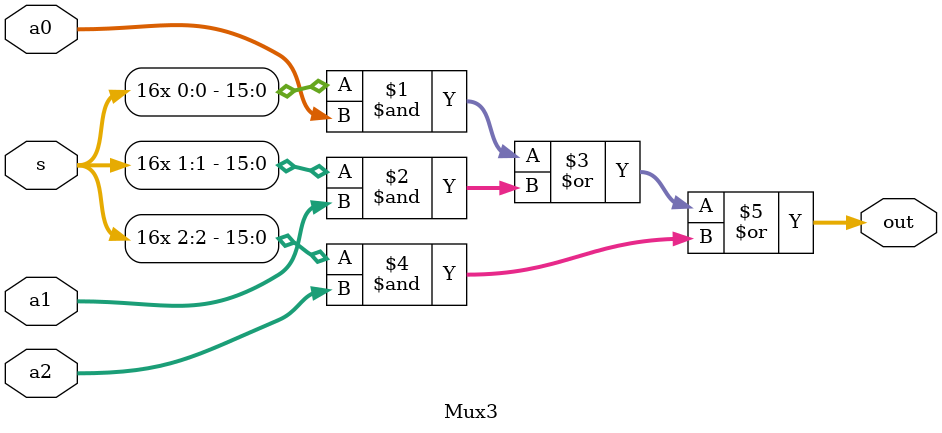
<source format=v>
`define Reset 5'b00000
`define IF1 5'b00001
`define IF2 5'b00010
`define UpdatePC 5'b00011
`define Decode 5'b00100
`define MovImm 5'b00101
`define GetA 5'b00110
`define GetB 5'b00111
`define MovSh 5'b01000
`define Add 5'b01001
`define Cmp 5'b01010
`define And 5'b01011
`define Mvn 5'b01100

`define LoadAddr 5'b01101
`define LDR 5'b01110
`define STR 5'b01111
`define STR2 5'b10000
`define STR3 5'b10001

`define WriteReg 5'b10010
`define HALT 5'b10011

`define B 5'b10100
`define BL 5'b10101
`define BLoad 5'b10110
`define BLX 5'b10111

`define MNONE 2'b00
`define MWRITE 2'b01
`define MREAD 2'b10


module cpu(clk,reset,read_data,out,N,V,Z,w,mem_addr,mem_cmd, PC, state);
  input [15:0] read_data; // connection from top to instruction register
  input clk, reset;
  output [15:0] out;
  output N, V, Z, w;

  // Lab 7 additions
  output [8:0] mem_addr; // connection from cpu to top
  output [1:0] mem_cmd; // connection from state machine to top
  output [4:0] state; // HEX display;

  // Instruction register
  wire [15:0] irout;

  // Instruction decoder
  wire [15:0] sximm5, sximm8;
  wire [2:0] opcode, readnum, writenum;
  wire [1:0] op, ALUop, shift;
  wire [2:0] Bcond;

  // State machine
  wire [2:0] nsel; // one hot select
  wire [1:0] vsel; // binary select for datapath in
  wire loada, loadb, asel, bsel, loadc, loads, write;
  wire load_ir;

  // Datapath
  wire [15:0] datapath_out;
  output wire [8:0] PC; // program counter
  wire [2:0] stat_out; // status


    // Program counter (Lab 8 changes)
  wire [8:0] new_pc;
  wire [2:0] pc_select; // one-hot new_pc selector
  wire [8:0] pc_addOne = PC + 1'b1; // adds one to PC
  wire [8:0] pc_addI = PC + 1'b1 + sximm8; // adds sximm8 to PC
  wire [8:0] pc_addImm;
  wire [8:0] BL_register;
  wire load_BL;
  Mux3 #(9) muxpc({BL_register}, pc_addImm, pc_addOne, pc_select, new_pc); // Multiplexer to select next PC value
  vDFFE #(9) BL_Rd(clk, load_BL, PC, BL_register);

  // Program counter
  wire reset_pc, load_pc, addr_sel, load_addr; // new state machine outputs to pc section
  wire [8:0] data_address; // contains address in memory
  // wire [8:0] added_pc = PC + 1'b1; // adds one to PC
  wire [8:0] next_pc = reset_pc ? 9'b0 : new_pc; // if reset pc asserted next_pc = 0


  assign mem_addr = addr_sel ? PC : data_address; // selects address

  // Instantiations
  vDFFE #(16) IR(clk, load_ir, read_data, irout); // input changed to read_data
  vDFFE #(9) PCR(clk, load_pc, next_pc, PC); // instantiate pc
  vDFFE #(9) DAR(clk, load_addr, datapath_out[8:0], data_address); // instantiate data address register
  vDFFE #(9) PCI(clk, load_pc, pc_addI, pc_addImm); // stores PC + sxImm when needed

  instruction_decoder ID(irout, nsel, opcode, op, ALUop, sximm5, sximm8, shift, readnum, writenum, Bcond);

  state_machine FSM(clk, reset, opcode, op, vsel, loada, loadb, asel, bsel, loadc, loads, write, nsel, w,
                   load_ir, load_pc, load_addr, addr_sel, reset_pc, mem_cmd, state,
		   pc_select, Bcond, stat_out, load_BL); // Lab 8 addition

  datapath DP(clk, readnum , vsel, loada, loadb, shift, asel, bsel, ALUop, loadc, loads,
              writenum, write, read_data, sximm8, PC, sximm5, stat_out, datapath_out); // pls check

  // Status output
  assign Z = stat_out[0]; // Check code matches
  assign N = stat_out[1]; // Check code matches
  assign V = stat_out[2]; // Check code matches

  // Output
  assign out = datapath_out;
endmodule

// Instruction decoder
module instruction_decoder (irout, nsel, opcode, op, ALUop, sximm5, sximm8, shift, readnum, writenum, Bcond);
  input [15:0] irout;
  input [2:0] nsel;
  output [15:0] sximm5, sximm8;
  output [2:0] opcode, readnum, writenum;
  output [1:0] op, ALUop;
  output reg [1:0] shift;
  output [2:0] Bcond;

  wire [7:0] imm8 = irout[7:0];
  wire [4:0] imm5 = irout [4:0];
  wire [2:0] Rn = irout[10:8];
  wire [2:0] Rd = irout[7:5];
  wire [2:0] Rm = irout[2:0];

  Mux3 #(3) muxn(Rn, Rd, Rm, nsel, writenum);

  assign Bcond = Rn;
  assign opcode = irout[15:13];
  assign op = irout[12:11];
  assign ALUop = irout[12:11];
  assign sximm5 = {{11{imm5[4]}}, imm5};
  assign sximm8 = {{8{imm8[7]}},imm8};

  always @(*) begin
    if (({opcode,op} == 5'b01100) | ({opcode,op} == 5'b10000)) shift = 2'b00;
    else shift = irout[4:3];
  end

  assign readnum = writenum;
endmodule

// State Machine
module state_machine(clk, reset, opcode, op, vsel, loada, loadb, asel, bsel, loadc, loads, write, nsel, w,
                     load_ir, load_pc, load_addr, addr_sel, reset_pc, mem_cmd, p,
		     pc_select, Bcond, stat_out, load_BL); // lab 8 additions
  input [2:0] opcode;
  input [1:0] op;
  input clk, reset;
  input [2:0] Bcond;
  input [2:0] stat_out;
	// Z = stat_out[0]
  	// N = stat_out[1]
  	// V = stat_out[2]
  output reg [2:0] nsel; // one hot select
  output reg [1:0] vsel; // binary select for datapath in
  output reg loada, loadb, asel, bsel, loadc, loads, write;
  output reg w;
  output [4:0] p;

  // Lab 7 additions
  output reg [1:0] mem_cmd;
  output reg load_ir, load_pc, load_addr, addr_sel, reset_pc;

  // Lab 8 additions
  output reg [2:0] pc_select;
  output reg load_BL;

  reg [4:0] p, next_state;

  always @(posedge clk) begin
    if (reset) begin
                  next_state = `Reset;
                  reset_pc = 1'b1;
                  load_pc = 1'b1;
                end
    else begin
      case (p)
	`Reset: begin
		  next_state = `IF1;
                  vsel = 2'b00;
                  loada = 1'b0;
                  loadb = 1'b0;
                  asel = 1'b0;
                  bsel = 1'b0;
                  loadc = 1'b0;
                  loads = 1'b0;
                  write = 1'b0;
                  nsel = 3'b000;
                  w = 1'b1;
		  // added
		  mem_cmd = 2'b00;
		  load_ir = 1'b0;
		  load_addr = 1'b0;
		  addr_sel = 1'b0;
		  pc_select = 3'b001;
		end
        `IF1: begin
                next_state = `IF2;
                reset_pc = 1'b0;
                load_pc = 1'b0;
                addr_sel = 1'b1;
                mem_cmd = `MREAD; // read next instruction
                vsel = 2'b00;
                loada = 1'b0;
                loadb = 1'b0;
                asel = 1'b0;
                bsel = 1'b0;
                loads = 1'b0;
                write = 1'b0;
                nsel = 3'b000;
                w = 1'b1;
		pc_select = 3'b001;
              end
        `IF2: begin
                next_state = `UpdatePC;
                load_ir = 1'b1;
              end
        `UpdatePC: begin
                     next_state = `Decode;
                     load_ir = 1'b0;
                     addr_sel = 1'b0;
                     mem_cmd = `MNONE;
                     load_pc = 1'b1;
                   end
        `Decode: begin
                   load_pc = 1'b0;
                   w = 1'b0;
                   if ({opcode,op} == 5'b11010) begin // Move immediate
                     next_state = `MovImm;
		     pc_select = 3'b001;
                   end
                   else if (({opcode,op} == 5'b11000) | ({opcode,op} == 5'b10111)) begin // Move shifted or move negative
                     next_state = `GetB;
		     pc_select = 3'b001;
                   end
                   else if ({opcode,op} == 5'b11100) begin
		     next_state = `HALT;
		     pc_select = 3'b001;
		   end
		   else if({opcode, op, Bcond} == 8'b00100000 |					// for Branches (lab 8)
	   		   {opcode, op, Bcond} == 8'b00100001 & stat_out[0] == 1 |		// BEQ
	   		   {opcode, op, Bcond} == 8'b00100010 & stat_out[0] == 0 |		// BNE
	  		   {opcode, op, Bcond} == 8'b00100011 & stat_out[1] !== stat_out[2] |	// BLT
	  		   {opcode, op, Bcond} == 8'b00100100 & stat_out[1] !== stat_out[2] |	// BLE
	   		   {opcode, op, Bcond} == 8'b00100100 & stat_out[0] == 1) begin		// BLE2
			     pc_select = 3'b010;
			     next_state = `B;
		   end
		   else if({opcode, op} == 5'b00100) begin	// for B (lab 8)
			   pc_select = 3'b001;
			   next_state = `IF1;
		   end
		   else if({opcode, op} == 5'b01011 | {opcode, op} == 5'b01010) begin	// for BL and BLX (lab 8)
			   next_state = `WriteReg;
		   end
		   else if({opcode, op} == 5'b01000) begin	// for BX (lab 8)
			   pc_select = 3'b100;
			   nsel = 3'b010;
			   next_state = `B;
		   end
		   else begin // Add, compare or and
			   next_state = `GetA;
		   end
                 end

	`B: begin
		  next_state = `IF1;
		  load_BL = 1'b0;
		  load_pc = 1'b1;
		  write = 1'b0;
	    end
	`BLoad: begin
		write = 1'b1;
		load_BL = 1'b1;
		pc_select = 3'b010;
		if({op, opcode} == 01010) next_state = `BLX;
		else next_state = `B;
	       end
	`BLX: begin
		write = 1'b0;
		load_BL = 1'b0;
		pc_select = 3'b100;
		nsel = 3'b010;
		next_state = `B;
	      end
        `HALT: next_state = `HALT;
        `MovImm: begin
                     nsel = 3'b100; // selects Rn as register to write to
                     vsel = 2'b10; // selects sximm8 as data_in
                     write = 1'b1;
                     next_state = `IF1;
                  end
        `GetA: begin
                 nsel = 3'b100; // selects Rn
                 loada = 1'b1;
                 next_state = `GetB;
               end
        `GetB: begin
                 nsel = 3'b001; // selects Rm
                 loada = 1'b0;
                 loadb = 1'b1;
                 if ({opcode,op} == 5'b10100) begin // add
                   next_state = `Add;
                 end
                 else if ({opcode,op} == 5'b10101) begin // compare
                   next_state = `Cmp;
                 end
                 else if ({opcode,op} == 5'b10110) begin // and
                   next_state = `And;
                 end
                 else if ({opcode,op} == 5'b10111) begin // move negative
                   next_state = `Mvn;
                 end
                 else if ({opcode,op} == 5'b11000) begin // move shifted
                   next_state = `MovSh;
                 end
                 else if ({opcode,op} == 5'b01100) begin
                   next_state = `Add;
                 end
                 else if ({opcode,op} == 5'b10000) begin
                   next_state = `Add;
                 end
               end
        `Add: begin
                if ({opcode,op} == 5'b01100) begin // ldr
                  asel = 1'b0; // selects A
                  bsel = 1'b1; // selects B
                  loadb = 1'b0;
                  loadc = 1'b1; // enables C
                  next_state = `LoadAddr;
                end
                else if ({opcode,op} == 5'b10000) begin // str
                  asel = 1'b0; // selects A
                  bsel = 1'b1; // selects B
                  loadb = 1'b0;
                  loadc = 1'b1;
                  next_state = `LoadAddr;
                end
                else begin // Normal add
                  asel = 1'b0; // selects A
                  bsel = 1'b0; // selects B
                  loadb = 1'b0;
                  loadc = 1'b1;
                  next_state = `WriteReg;
                end
              end
        `LoadAddr: begin
                     load_addr = 1'b1; // enables data_address
                     addr_sel = 1'b0; // selects data_address
                     loadc = 1'b0;
                     if({opcode, op} == 5'b01100) next_state = `LDR;
                     else if({opcode, op} == 5'b10000) next_state = `STR;
                   end
        `Cmp: begin
                asel = 1'b0; // selects A
                bsel = 1'b0; // selects B
                loadb = 1'b0;
                loadc = 1'b1;
                loads = 1'b1; // output status
                next_state = `WriteReg;
              end
        `And: begin
                asel = 1'b0; // selects A
                bsel = 1'b0; // selects B
                loadb = 1'b0;
                loadc = 1'b1;
                next_state = `WriteReg;
              end
        `Mvn: begin
                asel = 1'b1; // selects zero
                bsel = 1'b0; // selects B
                loadb = 1'b0;
                loadc = 1'b1;
                next_state = `WriteReg;
              end
        `MovSh: begin
                  asel = 1'b1; // selects zero
                  bsel = 1'b0; // selects B
                  loadb = 1'b0;
                  loadc = 1'b1;
                  next_state = `WriteReg;
                end
        `LDR: begin
                //load_addr = 1'b1;
                mem_cmd = `MREAD;
                load_addr = 1'b0;
                next_state = `WriteReg;
              end
        `STR: begin
                load_addr = 1'b0;
                nsel = 3'b010; // selects Rd
                loadb = 1'b1;
                next_state = `STR2;
              end
        `STR2: begin
                 asel = 1'b1;
                 bsel = 1'b0;
                 loadb = 1'b0;
                 loadc = 1'b1;
                 next_state = `STR3;
               end
        `STR3: begin
                 mem_cmd = `MWRITE;
                 next_state = `IF1;
               end
        `WriteReg: begin
                     if ({opcode,op} == 5'b01100) begin
                       nsel = 3'b010; // selects Rd
                       vsel = 2'b11; // selects mdata
                       write = 1'b1;
                      // mem_cmd = `MNONE; // maybe move reset
                       next_state = `IF1;
                     end
		     else if({opcode, op} == 5'b10101) begin
			write = 1'b0;
			next_state = `IF1;
		     end
		     else if({opcode, op} == 5'b01011 | {opcode, op} == 5'b01010) begin	// for BL and BLX (lab 8)
			   write = 1'b1;
			   vsel = 2'b01;
			   nsel = 3'b100;
			   next_state = `BLoad;
		     end
                     else begin
                       nsel = 3'b010; // selects Rd
                       vsel = 2'b00; // selects datapath_out
                       write = 1'b1;
                       next_state = `IF1;
                     end
                   end
         default: begin
                  p = `IF1;
                  next_state = `IF1;
                  end
      endcase
    end
    p = next_state;
  end
endmodule

// 3 input multiplexer
module Mux3(a2, a1, a0, s, out) ;
  parameter k = 16; // width
  input [k-1:0] a0, a1, a2; // inputs
  input [2:0] s; // one-hot select
  output[k-1:0] out;
  wire [k-1:0] out = ({k{s[0]}} & a0) | ({k{s[1]}} & a1) | ({k{s[2]}} & a2);
endmodule

</source>
